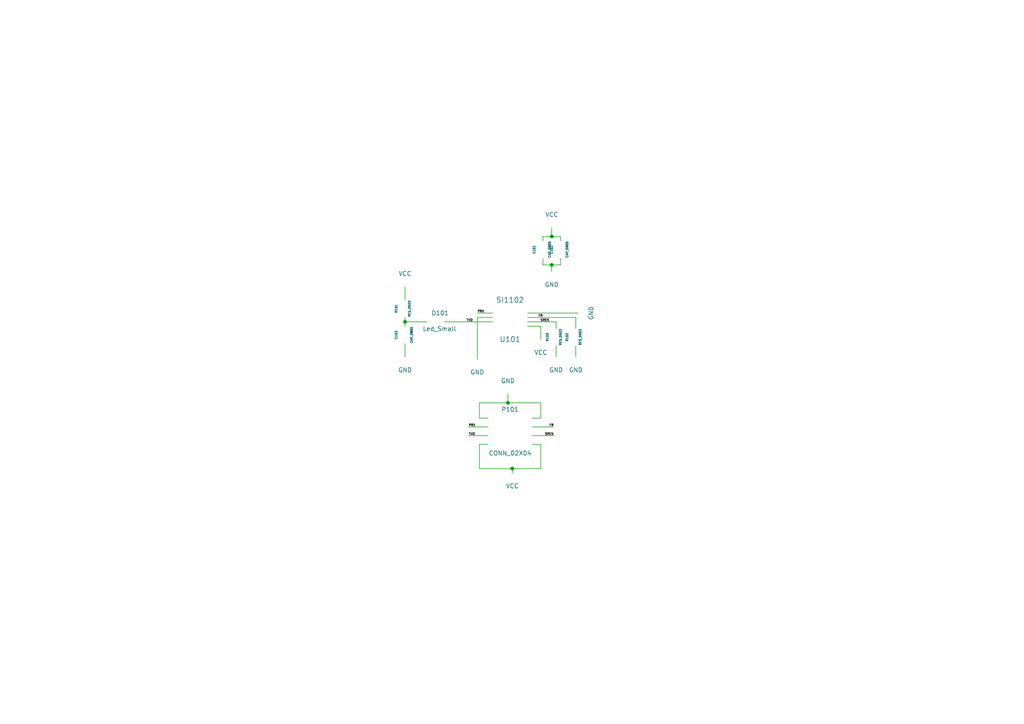
<source format=kicad_sch>
(kicad_sch (version 20230121) (generator eeschema)
  (paper "A4")
  (lib_symbols)
  (junction (at 147.32 116.84))
  (junction (at 160.02 68.58))
  (junction (at 160.02 76.835))
  (junction (at 148.59 135.89))
  (junction (at 117.475 93.345))
  (wire (pts (xy 160.02 66.04) (xy 160.02 68.58)))
  (wire (pts (xy 156.845 128.905) (xy 156.845 135.89)))
  (wire (pts (xy 139.065 128.905) (xy 141.605 128.905)))
  (wire (pts (xy 161.29 100.33) (xy 161.29 103.505)))
  (wire (pts (xy 148.59 135.89) (xy 148.59 137.16)))
  (wire (pts (xy 153.035 90.805) (xy 167.64 90.805)))
  (wire (pts (xy 156.845 121.285) (xy 154.305 121.285)))
  (wire (pts (xy 157.48 68.58) (xy 160.02 68.58)))
  (wire (pts (xy 156.845 116.84) (xy 156.845 121.285)))
  (wire (pts (xy 156.845 128.905) (xy 154.305 128.905)))
  (wire (pts (xy 157.48 74.93) (xy 157.48 76.835)))
  (wire (pts (xy 156.845 135.89) (xy 148.59 135.89)))
  (wire (pts (xy 160.02 78.74) (xy 160.02 76.835)))
  (wire (pts (xy 142.875 90.805) (xy 138.43 90.805)))
  (wire (pts (xy 117.475 92.075) (xy 117.475 93.345)))
  (wire (pts (xy 161.29 93.345) (xy 161.29 95.25)))
  (wire (pts (xy 117.475 99.695) (xy 117.475 103.505)))
  (wire (pts (xy 153.035 92.075) (xy 167.005 92.075)))
  (wire (pts (xy 157.48 68.58) (xy 157.48 69.85)))
  (wire (pts (xy 157.48 76.835) (xy 160.02 76.835)))
  (wire (pts (xy 160.02 76.835) (xy 162.56 76.835)))
  (wire (pts (xy 141.605 126.365) (xy 135.89 126.365)))
  (wire (pts (xy 167.005 92.075) (xy 167.005 95.25)))
  (wire (pts (xy 162.56 68.58) (xy 162.56 69.85)))
  (wire (pts (xy 139.065 116.84) (xy 147.32 116.84)))
  (wire (pts (xy 117.475 93.345) (xy 117.475 94.615)))
  (wire (pts (xy 141.605 123.825) (xy 135.89 123.825)))
  (wire (pts (xy 147.32 114.3) (xy 147.32 116.84)))
  (wire (pts (xy 147.32 116.84) (xy 156.845 116.84)))
  (wire (pts (xy 153.035 93.345) (xy 161.29 93.345)))
  (wire (pts (xy 154.305 123.825) (xy 160.655 123.825)))
  (wire (pts (xy 153.035 94.615) (xy 156.845 94.615)))
  (wire (pts (xy 128.905 93.345) (xy 142.875 93.345)))
  (wire (pts (xy 123.825 93.345) (xy 117.475 93.345)))
  (wire (pts (xy 162.56 76.835) (xy 162.56 74.93)))
  (wire (pts (xy 139.065 116.84) (xy 139.065 121.285)))
  (wire (pts (xy 148.59 135.89) (xy 139.065 135.89)))
  (wire (pts (xy 156.845 94.615) (xy 156.845 98.425)))
  (wire (pts (xy 138.43 92.075) (xy 138.43 104.14)))
  (wire (pts (xy 139.065 135.89) (xy 139.065 128.905)))
  (wire (pts (xy 117.475 83.185) (xy 117.475 86.995)))
  (wire (pts (xy 167.005 100.33) (xy 167.005 103.505)))
  (wire (pts (xy 160.02 68.58) (xy 162.56 68.58)))
  (wire (pts (xy 142.875 92.075) (xy 138.43 92.075)))
  (wire (pts (xy 154.305 126.365) (xy 160.655 126.365)))
  (wire (pts (xy 139.065 121.285) (xy 141.605 121.285)))
  (label "FR" (at 157.48 92.075 180) (effects (font (size 0.635 0.635))))
  (label "PRX" (at 135.89 123.825 0) (effects (font (size 0.635 0.635))))
  (label "SREN" (at 159.385 93.345 180) (effects (font (size 0.635 0.635))))
  (label "PRX" (at 138.43 90.805 0) (effects (font (size 0.635 0.635))))
  (label "FR" (at 160.655 123.825 180) (effects (font (size 0.635 0.635))))
  (label "SREN" (at 160.655 126.365 180) (effects (font (size 0.635 0.635))))
  (label "TXO" (at 135.89 126.365 0) (effects (font (size 0.635 0.635))))
  (label "TXO" (at 137.16 93.345 180) (effects (font (size 0.635 0.635))))
  (symbol (lib_id "SI1102") (at 147.955 92.075 0) (unit 1)
    (property "Reference" "U101" (at 147.955 98.425 0) (effects (font (size 1.524 1.524))))
    (property "Value" "SI1102" (at 147.955 86.995 0) (effects (font (size 1.524 1.524))))
    (property "Footprint" "ODFN:ODFN-8_3x3" (effects hide))
  )
  (symbol (lib_id "CAP_0805") (at 162.56 72.39 270) (unit 1)
    (property "Reference" "C102" (at 160.02 72.39 0) (effects (font (size 0.635 0.635))))
    (property "Value" "CAP_0805" (at 164.465 72.39 0) (effects (font (size 0.635 0.635))))
    (property "Footprint" "General_SMD:SM0805" (effects hide))
  )
  (symbol (lib_id "CAP_0805") (at 157.48 72.39 270) (unit 1)
    (property "Reference" "C101" (at 154.94 72.39 0) (effects (font (size 0.635 0.635))))
    (property "Value" "CAP_0805" (at 159.385 72.39 0) (effects (font (size 0.635 0.635))))
    (property "Footprint" "General_SMD:SM0805" (effects hide))
  )
  (symbol (lib_id "CAP_0805") (at 117.475 97.155 270) (unit 1)
    (property "Reference" "C103" (at 114.935 97.155 0) (effects (font (size 0.635 0.635))))
    (property "Value" "CAP_0805" (at 119.38 97.155 0) (effects (font (size 0.635 0.635))))
    (property "Footprint" "General_SMD:SM0805" (effects hide))
  )
  (symbol (lib_id "RES_0603") (at 117.475 89.535 270) (unit 1)
    (property "Reference" "R101" (at 114.935 89.535 0) (effects (font (size 0.635 0.635))))
    (property "Value" "RES_0603" (at 118.745 89.535 0) (effects (font (size 0.635 0.635))))
    (property "Footprint" "General_SMD:SM0603" (effects hide))
  )
  (symbol (lib_id "GND") (at 117.475 103.505 0) (unit 1)
    (property "Reference" "#PWR01" (effects hide))
    (property "Value" "GND" (at 117.475 107.315 0))
  )
  (symbol (lib_id "GND") (at 160.02 78.74 0) (unit 1)
    (property "Reference" "#PWR02" (effects hide))
    (property "Value" "GND" (at 160.02 82.55 0))
  )
  (symbol (lib_id "RES_0603") (at 167.005 97.79 270) (unit 1)
    (property "Reference" "R102" (at 164.465 97.79 0) (effects (font (size 0.635 0.635))))
    (property "Value" "RES_0603" (at 168.275 97.79 0) (effects (font (size 0.635 0.635))))
    (property "Footprint" "General_SMD:SM0603" (effects hide))
  )
  (symbol (lib_id "GND") (at 167.64 90.805 90) (unit 1)
    (property "Reference" "#PWR03" (effects hide))
    (property "Value" "GND" (at 171.45 90.805 0))
  )
  (symbol (lib_id "GND") (at 167.005 103.505 0) (unit 1)
    (property "Reference" "#PWR04" (effects hide))
    (property "Value" "GND" (at 167.005 107.315 0))
  )
  (symbol (lib_id "VCC") (at 117.475 83.185 0) (unit 1)
    (property "Reference" "#PWR05" (effects hide))
    (property "Value" "VCC" (at 117.475 79.375 0))
  )
  (symbol (lib_id "VCC") (at 160.02 66.04 0) (unit 1)
    (property "Reference" "#PWR06" (effects hide))
    (property "Value" "VCC" (at 160.02 62.23 0))
  )
  (symbol (lib_id "VCC") (at 156.845 98.425 180) (unit 1)
    (property "Reference" "#PWR07" (effects hide))
    (property "Value" "VCC" (at 156.845 102.235 0))
  )
  (symbol (lib_id "GND") (at 147.32 114.3 180) (unit 1)
    (property "Reference" "#PWR08" (effects hide))
    (property "Value" "GND" (at 147.32 110.49 0))
  )
  (symbol (lib_id "CONN_02X04") (at 147.955 125.095 0) (unit 1)
    (property "Reference" "P101" (at 147.955 118.745 0))
    (property "Value" "CONN_02X04" (at 147.955 131.445 0))
    (property "Footprint" "Connectors_254mm:pin_array_4x2" (effects hide))
  )
  (symbol (lib_id "Led_Small") (at 126.365 93.345 0) (unit 1)
    (property "Reference" "D101" (at 125.095 90.805 0) (effects (justify left)))
    (property "Value" "Led_Small" (at 122.555 95.377 0) (effects (justify left)))
    (property "Footprint" "General_SMD:SM1206" (effects hide))
  )
  (symbol (lib_id "VCC") (at 148.59 137.16 180) (unit 1)
    (property "Reference" "#PWR09" (effects hide))
    (property "Value" "VCC" (at 148.59 140.97 0))
  )
  (symbol (lib_id "GND") (at 138.43 104.14 0) (unit 1)
    (property "Reference" "#PWR010" (effects hide))
    (property "Value" "GND" (at 138.43 107.95 0))
  )
  (symbol (lib_id "RES_0603") (at 161.29 97.79 270) (unit 1)
    (property "Reference" "R103" (at 158.75 97.79 0) (effects (font (size 0.635 0.635))))
    (property "Value" "RES_0603" (at 162.56 97.79 0) (effects (font (size 0.635 0.635))))
    (property "Footprint" "General_SMD:SM0603" (effects hide))
  )
  (symbol (lib_id "GND") (at 161.29 103.505 0) (unit 1)
    (property "Reference" "#PWR011" (effects hide))
    (property "Value" "GND" (at 161.29 107.315 0))
  )
)
</source>
